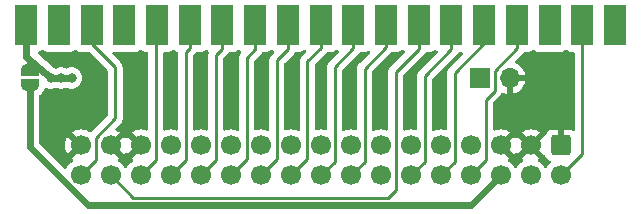
<source format=gbr>
%TF.GenerationSoftware,KiCad,Pcbnew,8.0.7*%
%TF.CreationDate,2025-01-12T23:09:12-06:00*%
%TF.ProjectId,DB37-to-IDC34-Floppy-Adapter,44423337-2d74-46f2-9d49-444333342d46,v1.0*%
%TF.SameCoordinates,Original*%
%TF.FileFunction,Copper,L1,Top*%
%TF.FilePolarity,Positive*%
%FSLAX46Y46*%
G04 Gerber Fmt 4.6, Leading zero omitted, Abs format (unit mm)*
G04 Created by KiCad (PCBNEW 8.0.7) date 2025-01-12 23:09:12*
%MOMM*%
%LPD*%
G01*
G04 APERTURE LIST*
G04 Aperture macros list*
%AMRoundRect*
0 Rectangle with rounded corners*
0 $1 Rounding radius*
0 $2 $3 $4 $5 $6 $7 $8 $9 X,Y pos of 4 corners*
0 Add a 4 corners polygon primitive as box body*
4,1,4,$2,$3,$4,$5,$6,$7,$8,$9,$2,$3,0*
0 Add four circle primitives for the rounded corners*
1,1,$1+$1,$2,$3*
1,1,$1+$1,$4,$5*
1,1,$1+$1,$6,$7*
1,1,$1+$1,$8,$9*
0 Add four rect primitives between the rounded corners*
20,1,$1+$1,$2,$3,$4,$5,0*
20,1,$1+$1,$4,$5,$6,$7,0*
20,1,$1+$1,$6,$7,$8,$9,0*
20,1,$1+$1,$8,$9,$2,$3,0*%
%AMFreePoly0*
4,1,19,0.500000,-0.750000,0.000000,-0.750000,0.000000,-0.744911,-0.071157,-0.744911,-0.207708,-0.704816,-0.327430,-0.627875,-0.420627,-0.520320,-0.479746,-0.390866,-0.500000,-0.250000,-0.500000,0.250000,-0.479746,0.390866,-0.420627,0.520320,-0.327430,0.627875,-0.207708,0.704816,-0.071157,0.744911,0.000000,0.744911,0.000000,0.750000,0.500000,0.750000,0.500000,-0.750000,0.500000,-0.750000,
$1*%
%AMFreePoly1*
4,1,19,0.000000,0.744911,0.071157,0.744911,0.207708,0.704816,0.327430,0.627875,0.420627,0.520320,0.479746,0.390866,0.500000,0.250000,0.500000,-0.250000,0.479746,-0.390866,0.420627,-0.520320,0.327430,-0.627875,0.207708,-0.704816,0.071157,-0.744911,0.000000,-0.744911,0.000000,-0.750000,-0.500000,-0.750000,-0.500000,0.750000,0.000000,0.750000,0.000000,0.744911,0.000000,0.744911,
$1*%
G04 Aperture macros list end*
%TA.AperFunction,SMDPad,CuDef*%
%ADD10FreePoly0,270.000000*%
%TD*%
%TA.AperFunction,SMDPad,CuDef*%
%ADD11FreePoly1,270.000000*%
%TD*%
%TA.AperFunction,ComponentPad*%
%ADD12RoundRect,0.250000X-0.600000X0.600000X-0.600000X-0.600000X0.600000X-0.600000X0.600000X0.600000X0*%
%TD*%
%TA.AperFunction,ComponentPad*%
%ADD13C,1.700000*%
%TD*%
%TA.AperFunction,ComponentPad*%
%ADD14R,1.700000X1.700000*%
%TD*%
%TA.AperFunction,ComponentPad*%
%ADD15O,1.700000X1.700000*%
%TD*%
%TA.AperFunction,SMDPad,CuDef*%
%ADD16R,1.846667X3.480000*%
%TD*%
%TA.AperFunction,ViaPad*%
%ADD17C,0.800000*%
%TD*%
%TA.AperFunction,Conductor*%
%ADD18C,0.600000*%
%TD*%
%TA.AperFunction,Conductor*%
%ADD19C,0.250000*%
%TD*%
G04 APERTURE END LIST*
D10*
%TO.P,JP1,1,A*%
%TO.N,+5V*%
X139192000Y-57120000D03*
D11*
%TO.P,JP1,2,B*%
%TO.N,Net-(J1-Pin_6)*%
X139192000Y-58420000D03*
%TD*%
D12*
%TO.P,J1,1,Pin_1*%
%TO.N,GND*%
X184150000Y-63500000D03*
D13*
%TO.P,J1,2,Pin_2*%
%TO.N,/SEL_8_5*%
X184150000Y-66040000D03*
%TO.P,J1,3,Pin_3*%
%TO.N,GND*%
X181610000Y-63500000D03*
%TO.P,J1,4,Pin_4*%
%TO.N,unconnected-(J1-Pin_4-Pad4)*%
X181610000Y-66040000D03*
%TO.P,J1,5,Pin_5*%
%TO.N,GND*%
X179070000Y-63500000D03*
%TO.P,J1,6,Pin_6*%
%TO.N,Net-(J1-Pin_6)*%
X179070000Y-66040000D03*
%TO.P,J1,7,Pin_7*%
%TO.N,GND*%
X176530000Y-63500000D03*
%TO.P,J1,8,Pin_8*%
%TO.N,/INDEX*%
X176530000Y-66040000D03*
%TO.P,J1,9,Pin_9*%
%TO.N,GND*%
X173990000Y-63500000D03*
%TO.P,J1,10,Pin_10*%
%TO.N,/DVSEL1*%
X173990000Y-66040000D03*
%TO.P,J1,11,Pin_11*%
%TO.N,GND*%
X171450000Y-63500000D03*
%TO.P,J1,12,Pin_12*%
%TO.N,/DVSEL2*%
X171450000Y-66040000D03*
%TO.P,J1,13,Pin_13*%
%TO.N,GND*%
X168910000Y-63500000D03*
%TO.P,J1,14,Pin_14*%
%TO.N,unconnected-(J1-Pin_14-Pad14)*%
X168910000Y-66040000D03*
%TO.P,J1,15,Pin_15*%
%TO.N,GND*%
X166370000Y-63500000D03*
%TO.P,J1,16,Pin_16*%
%TO.N,/HEAD_LOAD*%
X166370000Y-66040000D03*
%TO.P,J1,17,Pin_17*%
%TO.N,GND*%
X163830000Y-63500000D03*
%TO.P,J1,18,Pin_18*%
%TO.N,/STEP_IN*%
X163830000Y-66040000D03*
%TO.P,J1,19,Pin_19*%
%TO.N,GND*%
X161290000Y-63500000D03*
%TO.P,J1,20,Pin_20*%
%TO.N,/STEP*%
X161290000Y-66040000D03*
%TO.P,J1,21,Pin_21*%
%TO.N,GND*%
X158750000Y-63500000D03*
%TO.P,J1,22,Pin_22*%
%TO.N,/WRT_DATA*%
X158750000Y-66040000D03*
%TO.P,J1,23,Pin_23*%
%TO.N,GND*%
X156210000Y-63500000D03*
%TO.P,J1,24,Pin_24*%
%TO.N,/WRITE*%
X156210000Y-66040000D03*
%TO.P,J1,25,Pin_25*%
%TO.N,GND*%
X153670000Y-63500000D03*
%TO.P,J1,26,Pin_26*%
%TO.N,/TRK00*%
X153670000Y-66040000D03*
%TO.P,J1,27,Pin_27*%
%TO.N,GND*%
X151130000Y-63500000D03*
%TO.P,J1,28,Pin_28*%
%TO.N,/WRT_PROTECT*%
X151130000Y-66040000D03*
%TO.P,J1,29,Pin_29*%
%TO.N,GND*%
X148590000Y-63500000D03*
%TO.P,J1,30,Pin_30*%
%TO.N,/RDDATA*%
X148590000Y-66040000D03*
%TO.P,J1,31,Pin_31*%
%TO.N,GND*%
X146050000Y-63500000D03*
%TO.P,J1,32,Pin_32*%
%TO.N,/SIDE*%
X146050000Y-66040000D03*
%TO.P,J1,33,Pin_33*%
%TO.N,GND*%
X143510000Y-63500000D03*
%TO.P,J1,34,Pin_34*%
%TO.N,/READY*%
X143510000Y-66040000D03*
%TD*%
D14*
%TO.P,J3,1,Pin_1*%
%TO.N,+5V*%
X177292000Y-57785000D03*
D15*
%TO.P,J3,2,Pin_2*%
%TO.N,GND*%
X179832000Y-57785000D03*
%TD*%
D16*
%TO.P,J2,1,1*%
%TO.N,unconnected-(J2-Pad1)*%
X188760000Y-53340000D03*
%TO.P,J2,2,2*%
%TO.N,/SEL_8_5*%
X185990000Y-53340000D03*
%TO.P,J2,3,3*%
%TO.N,unconnected-(J2-Pad3)*%
X183220000Y-53340000D03*
%TO.P,J2,4,4*%
%TO.N,/INDEX*%
X180450000Y-53340000D03*
%TO.P,J2,5,5*%
%TO.N,/DVSEL1*%
X177680000Y-53340000D03*
%TO.P,J2,6,6*%
%TO.N,/DVSEL2*%
X174910000Y-53340000D03*
%TO.P,J2,7,7*%
%TO.N,/SIDE*%
X172140000Y-53340000D03*
%TO.P,J2,8,8*%
%TO.N,/HEAD_LOAD*%
X169370000Y-53340000D03*
%TO.P,J2,9,9*%
%TO.N,/STEP_IN*%
X166600000Y-53340000D03*
%TO.P,J2,10,10*%
%TO.N,/STEP*%
X163830000Y-53340000D03*
%TO.P,J2,11,11*%
%TO.N,/WRT_DATA*%
X161060000Y-53340000D03*
%TO.P,J2,12,12*%
%TO.N,/WRITE*%
X158290000Y-53340000D03*
%TO.P,J2,13,13*%
%TO.N,/TRK00*%
X155520000Y-53340000D03*
%TO.P,J2,14,14*%
%TO.N,/WRT_PROTECT*%
X152750000Y-53340000D03*
%TO.P,J2,15,15*%
%TO.N,/RDDATA*%
X149980000Y-53340000D03*
%TO.P,J2,16,16*%
%TO.N,/LOW_CURRENT*%
X147210000Y-53340000D03*
%TO.P,J2,17,17*%
%TO.N,/READY*%
X144440000Y-53340000D03*
%TO.P,J2,18,18*%
%TO.N,+12V*%
X141670000Y-53340000D03*
%TO.P,J2,19,19*%
%TO.N,+5V*%
X138900000Y-53340000D03*
%TD*%
D17*
%TO.N,GND*%
X161417000Y-59309000D03*
X151130000Y-59309000D03*
X166243000Y-59309000D03*
X168783000Y-59309000D03*
X171450000Y-59309000D03*
X156210000Y-59309000D03*
X163830000Y-59309000D03*
X173863000Y-59309000D03*
X153670000Y-59309000D03*
X158877000Y-59309000D03*
%TO.N,+5V*%
X142748000Y-57785000D03*
X140970000Y-57785000D03*
X141859000Y-57785000D03*
%TD*%
D18*
%TO.N,+5V*%
X140970000Y-57785000D02*
X138900000Y-55969000D01*
X140970000Y-57785000D02*
X142748000Y-57785000D01*
%TO.N,Net-(J1-Pin_6)*%
X144130811Y-68570000D02*
X176540000Y-68570000D01*
X139192000Y-63631189D02*
X144130811Y-68570000D01*
X139192000Y-58420000D02*
X139192000Y-63631189D01*
X176540000Y-68570000D02*
X179070000Y-66040000D01*
%TO.N,+5V*%
X139192000Y-56261000D02*
X139192000Y-57120000D01*
X138900000Y-55969000D02*
X139192000Y-56261000D01*
X138900000Y-55969000D02*
X138900000Y-53340000D01*
D19*
%TO.N,/DVSEL2*%
X174910000Y-53340000D02*
X174910000Y-55341000D01*
X174910000Y-55341000D02*
X172625000Y-57626000D01*
X172625000Y-64865000D02*
X171450000Y-66040000D01*
X172625000Y-57626000D02*
X172625000Y-64865000D01*
%TO.N,/STEP_IN*%
X165005000Y-64865000D02*
X163830000Y-66040000D01*
X165005000Y-56864000D02*
X165005000Y-64865000D01*
X166600000Y-55269000D02*
X165005000Y-56864000D01*
X166600000Y-53340000D02*
X166600000Y-55269000D01*
%TO.N,/HEAD_LOAD*%
X167545000Y-64865000D02*
X166370000Y-66040000D01*
X169370000Y-55169334D02*
X167545000Y-56994334D01*
X167545000Y-56994334D02*
X167545000Y-64865000D01*
X169370000Y-53340000D02*
X169370000Y-55169334D01*
%TO.N,/DVSEL1*%
X175165000Y-64865000D02*
X173990000Y-66040000D01*
X175165000Y-57372000D02*
X175165000Y-64865000D01*
X177680000Y-54857000D02*
X175165000Y-57372000D01*
X177680000Y-53340000D02*
X177680000Y-54857000D01*
%TO.N,/SEL_8_5*%
X185990000Y-64200000D02*
X184150000Y-66040000D01*
X185990000Y-53340000D02*
X185990000Y-64200000D01*
%TO.N,/STEP*%
X162687000Y-62981299D02*
X162655000Y-63013299D01*
X162655000Y-63986701D02*
X162687000Y-64018701D01*
X162687000Y-56388000D02*
X162687000Y-62981299D01*
X162687000Y-64018701D02*
X162687000Y-64643000D01*
X162687000Y-64643000D02*
X161290000Y-66040000D01*
X163830000Y-53340000D02*
X163830000Y-55245000D01*
X163830000Y-55245000D02*
X162687000Y-56388000D01*
X162655000Y-63013299D02*
X162655000Y-63986701D01*
%TO.N,/SIDE*%
X170180000Y-57277000D02*
X170180000Y-67310000D01*
X170180000Y-67310000D02*
X169545000Y-67945000D01*
X172140000Y-53340000D02*
X172140000Y-55317000D01*
X169545000Y-67945000D02*
X147955000Y-67945000D01*
X172140000Y-55317000D02*
X170180000Y-57277000D01*
X147955000Y-67945000D02*
X146050000Y-66040000D01*
%TO.N,/WRT_PROTECT*%
X152750000Y-55276000D02*
X152400000Y-55626000D01*
X152750000Y-53340000D02*
X152750000Y-55276000D01*
X152400000Y-64770000D02*
X151130000Y-66040000D01*
X152400000Y-55626000D02*
X152400000Y-64770000D01*
%TO.N,/WRT_DATA*%
X160115000Y-56293000D02*
X160115000Y-64675000D01*
X160115000Y-64675000D02*
X158750000Y-66040000D01*
X161060000Y-55348000D02*
X160115000Y-56293000D01*
X161060000Y-53340000D02*
X161060000Y-55348000D01*
%TO.N,/INDEX*%
X177800000Y-64770000D02*
X177800000Y-59627000D01*
X180450000Y-55280834D02*
X180450000Y-53340000D01*
X178562000Y-58865000D02*
X178562000Y-57168834D01*
X177800000Y-59627000D02*
X178562000Y-58865000D01*
X178562000Y-57168834D02*
X180450000Y-55280834D01*
X176530000Y-66040000D02*
X177800000Y-64770000D01*
%TO.N,/WRITE*%
X157575000Y-56063000D02*
X157575000Y-64675000D01*
X157575000Y-64675000D02*
X156210000Y-66040000D01*
X158290000Y-53340000D02*
X158290000Y-55348000D01*
X158290000Y-55348000D02*
X157575000Y-56063000D01*
%TO.N,/READY*%
X144440000Y-53340000D02*
X144440000Y-54905000D01*
X146431000Y-61214000D02*
X144780000Y-62865000D01*
X144440000Y-54905000D02*
X146431000Y-56896000D01*
X144780000Y-64770000D02*
X143510000Y-66040000D01*
X146431000Y-56896000D02*
X146431000Y-61214000D01*
X144780000Y-62865000D02*
X144780000Y-64770000D01*
%TO.N,/RDDATA*%
X149980000Y-53340000D02*
X149860000Y-53460000D01*
X149860000Y-53460000D02*
X149860000Y-64770000D01*
X149860000Y-64770000D02*
X148590000Y-66040000D01*
%TO.N,/TRK00*%
X154940000Y-64770000D02*
X153670000Y-66040000D01*
X155520000Y-53340000D02*
X155520000Y-55300000D01*
X154940000Y-55880000D02*
X154940000Y-64770000D01*
X155520000Y-55300000D02*
X154940000Y-55880000D01*
%TD*%
%TA.AperFunction,Conductor*%
%TO.N,GND*%
G36*
X143142681Y-55417691D02*
G01*
X143154267Y-55431063D01*
X143159120Y-55437546D01*
X143159121Y-55437547D01*
X143274330Y-55523793D01*
X143274337Y-55523797D01*
X143279630Y-55525771D01*
X143409183Y-55574091D01*
X143468793Y-55580500D01*
X144179547Y-55580499D01*
X144246586Y-55600183D01*
X144267228Y-55616818D01*
X145769181Y-57118771D01*
X145802666Y-57180094D01*
X145805500Y-57206452D01*
X145805500Y-60903547D01*
X145785815Y-60970586D01*
X145769181Y-60991228D01*
X144406093Y-62354315D01*
X144344770Y-62387800D01*
X144275078Y-62382816D01*
X144247289Y-62368209D01*
X144187580Y-62326400D01*
X144187578Y-62326399D01*
X143973492Y-62226570D01*
X143973483Y-62226566D01*
X143745326Y-62165432D01*
X143745315Y-62165430D01*
X143510002Y-62144843D01*
X143509998Y-62144843D01*
X143274684Y-62165430D01*
X143274673Y-62165432D01*
X143046516Y-62226566D01*
X143046507Y-62226570D01*
X142832423Y-62326399D01*
X142832421Y-62326400D01*
X142748627Y-62385073D01*
X142748626Y-62385073D01*
X143380590Y-63017037D01*
X143317007Y-63034075D01*
X143202993Y-63099901D01*
X143109901Y-63192993D01*
X143044075Y-63307007D01*
X143027037Y-63370590D01*
X142395073Y-62738626D01*
X142395073Y-62738627D01*
X142336400Y-62822421D01*
X142336399Y-62822423D01*
X142236570Y-63036507D01*
X142236566Y-63036516D01*
X142175432Y-63264673D01*
X142175430Y-63264684D01*
X142154843Y-63499998D01*
X142154843Y-63500000D01*
X142175430Y-63735315D01*
X142175432Y-63735326D01*
X142236566Y-63963483D01*
X142236570Y-63963492D01*
X142336398Y-64177576D01*
X142395073Y-64261372D01*
X143027037Y-63629408D01*
X143044075Y-63692993D01*
X143109901Y-63807007D01*
X143202993Y-63900099D01*
X143317007Y-63965925D01*
X143380589Y-63982962D01*
X142748627Y-64614925D01*
X142824595Y-64668119D01*
X142868219Y-64722696D01*
X142875412Y-64792195D01*
X142843890Y-64854549D01*
X142824595Y-64871269D01*
X142638594Y-65001508D01*
X142471505Y-65168597D01*
X142335965Y-65362169D01*
X142335964Y-65362171D01*
X142321474Y-65393246D01*
X142275301Y-65445685D01*
X142208107Y-65464837D01*
X142141226Y-65444621D01*
X142121411Y-65428522D01*
X140028819Y-63335930D01*
X139995334Y-63274607D01*
X139992500Y-63248249D01*
X139992500Y-59329161D01*
X140012185Y-59262122D01*
X140043481Y-59230835D01*
X140042586Y-59229639D01*
X140046125Y-59226989D01*
X140046130Y-59226986D01*
X140154791Y-59132832D01*
X140154794Y-59132829D01*
X140249015Y-59024091D01*
X140326747Y-58903137D01*
X140386517Y-58772259D01*
X140414445Y-58677141D01*
X140452219Y-58618364D01*
X140515774Y-58589339D01*
X140583856Y-58598797D01*
X140690197Y-58646144D01*
X140875354Y-58685500D01*
X140875355Y-58685500D01*
X141064644Y-58685500D01*
X141064646Y-58685500D01*
X141249803Y-58646144D01*
X141361931Y-58596221D01*
X141412367Y-58585500D01*
X141416633Y-58585500D01*
X141467069Y-58596221D01*
X141579192Y-58646142D01*
X141579197Y-58646144D01*
X141764354Y-58685500D01*
X141764355Y-58685500D01*
X141953644Y-58685500D01*
X141953646Y-58685500D01*
X142138803Y-58646144D01*
X142250931Y-58596221D01*
X142301367Y-58585500D01*
X142305633Y-58585500D01*
X142356069Y-58596221D01*
X142468192Y-58646142D01*
X142468197Y-58646144D01*
X142653354Y-58685500D01*
X142653355Y-58685500D01*
X142842644Y-58685500D01*
X142842646Y-58685500D01*
X143027803Y-58646144D01*
X143200730Y-58569151D01*
X143353871Y-58457888D01*
X143480533Y-58317216D01*
X143575179Y-58153284D01*
X143633674Y-57973256D01*
X143653460Y-57785000D01*
X143633674Y-57596744D01*
X143575179Y-57416716D01*
X143480533Y-57252784D01*
X143353871Y-57112112D01*
X143347413Y-57107420D01*
X143200734Y-57000851D01*
X143200729Y-57000848D01*
X143027807Y-56923857D01*
X143027802Y-56923855D01*
X142864598Y-56889166D01*
X142842646Y-56884500D01*
X142653354Y-56884500D01*
X142631402Y-56889166D01*
X142468197Y-56923855D01*
X142468192Y-56923857D01*
X142356069Y-56973779D01*
X142305633Y-56984500D01*
X142301367Y-56984500D01*
X142250931Y-56973779D01*
X142138807Y-56923857D01*
X142138802Y-56923855D01*
X141975598Y-56889166D01*
X141953646Y-56884500D01*
X141764354Y-56884500D01*
X141742402Y-56889166D01*
X141579197Y-56923855D01*
X141579192Y-56923857D01*
X141467069Y-56973779D01*
X141416633Y-56984500D01*
X141412367Y-56984500D01*
X141361931Y-56973779D01*
X141249807Y-56923857D01*
X141249804Y-56923856D01*
X141218694Y-56917243D01*
X141162701Y-56889166D01*
X139899390Y-55780869D01*
X139861977Y-55721861D01*
X139862405Y-55651992D01*
X139900539Y-55593447D01*
X139937832Y-55571474D01*
X140065665Y-55523796D01*
X140180880Y-55437546D01*
X140185733Y-55431062D01*
X140241666Y-55389191D01*
X140311357Y-55384207D01*
X140372681Y-55417691D01*
X140384267Y-55431063D01*
X140389120Y-55437546D01*
X140389121Y-55437547D01*
X140504330Y-55523793D01*
X140504337Y-55523797D01*
X140639183Y-55574091D01*
X140639182Y-55574091D01*
X140646110Y-55574835D01*
X140698793Y-55580500D01*
X142641206Y-55580499D01*
X142700817Y-55574091D01*
X142835665Y-55523796D01*
X142950880Y-55437546D01*
X142955733Y-55431062D01*
X143011666Y-55389191D01*
X143081357Y-55384207D01*
X143142681Y-55417691D01*
G37*
%TD.AperFunction*%
%TA.AperFunction,Conductor*%
G36*
X148124075Y-63692993D02*
G01*
X148189901Y-63807007D01*
X148282993Y-63900099D01*
X148397007Y-63965925D01*
X148460589Y-63982962D01*
X147828627Y-64614925D01*
X147904595Y-64668119D01*
X147948219Y-64722696D01*
X147955412Y-64792195D01*
X147923890Y-64854549D01*
X147904595Y-64871269D01*
X147718594Y-65001508D01*
X147551505Y-65168597D01*
X147421575Y-65354158D01*
X147366998Y-65397783D01*
X147297500Y-65404977D01*
X147235145Y-65373454D01*
X147218425Y-65354158D01*
X147088494Y-65168597D01*
X146921402Y-65001506D01*
X146921401Y-65001505D01*
X146735405Y-64871269D01*
X146691781Y-64816692D01*
X146684588Y-64747193D01*
X146716110Y-64684839D01*
X146735404Y-64668120D01*
X146811371Y-64614925D01*
X146179408Y-63982962D01*
X146242993Y-63965925D01*
X146357007Y-63900099D01*
X146450099Y-63807007D01*
X146515925Y-63692993D01*
X146532962Y-63629408D01*
X147164925Y-64261371D01*
X147218426Y-64184968D01*
X147273004Y-64141344D01*
X147342502Y-64134152D01*
X147404856Y-64165675D01*
X147421575Y-64184969D01*
X147475073Y-64261372D01*
X148107037Y-63629408D01*
X148124075Y-63692993D01*
G37*
%TD.AperFunction*%
%TA.AperFunction,Conductor*%
G36*
X181144075Y-63692993D02*
G01*
X181209901Y-63807007D01*
X181302993Y-63900099D01*
X181417007Y-63965925D01*
X181480591Y-63982962D01*
X180848627Y-64614925D01*
X180924595Y-64668119D01*
X180968219Y-64722696D01*
X180975412Y-64792195D01*
X180943890Y-64854549D01*
X180924595Y-64871269D01*
X180738594Y-65001508D01*
X180571505Y-65168597D01*
X180441575Y-65354158D01*
X180386998Y-65397783D01*
X180317500Y-65404977D01*
X180255145Y-65373454D01*
X180238425Y-65354158D01*
X180108494Y-65168597D01*
X179941402Y-65001506D01*
X179941401Y-65001505D01*
X179755405Y-64871269D01*
X179711781Y-64816692D01*
X179704588Y-64747193D01*
X179736110Y-64684839D01*
X179755404Y-64668120D01*
X179831371Y-64614925D01*
X179199408Y-63982962D01*
X179262993Y-63965925D01*
X179377007Y-63900099D01*
X179470099Y-63807007D01*
X179535925Y-63692993D01*
X179552962Y-63629408D01*
X180184925Y-64261371D01*
X180238426Y-64184968D01*
X180293004Y-64141344D01*
X180362502Y-64134152D01*
X180424856Y-64165675D01*
X180441575Y-64184969D01*
X180495073Y-64261372D01*
X181127037Y-63629408D01*
X181144075Y-63692993D01*
G37*
%TD.AperFunction*%
%TA.AperFunction,Conductor*%
G36*
X182729157Y-64265603D02*
G01*
X182781704Y-64276164D01*
X182831887Y-64324779D01*
X182841717Y-64346921D01*
X182865641Y-64419119D01*
X182865643Y-64419124D01*
X182957684Y-64568345D01*
X183081654Y-64692315D01*
X183230875Y-64784356D01*
X183230882Y-64784359D01*
X183239712Y-64787285D01*
X183297157Y-64827057D01*
X183323981Y-64891572D01*
X183311667Y-64960348D01*
X183282318Y-64997567D01*
X183282427Y-64997676D01*
X183281511Y-64998591D01*
X183280419Y-64999977D01*
X183278597Y-65001505D01*
X183111505Y-65168597D01*
X182981575Y-65354158D01*
X182926998Y-65397783D01*
X182857500Y-65404977D01*
X182795145Y-65373454D01*
X182778425Y-65354158D01*
X182648494Y-65168597D01*
X182481402Y-65001506D01*
X182481401Y-65001505D01*
X182295405Y-64871269D01*
X182251781Y-64816692D01*
X182244588Y-64747193D01*
X182276110Y-64684839D01*
X182295404Y-64668120D01*
X182371371Y-64614925D01*
X181739408Y-63982962D01*
X181802993Y-63965925D01*
X181917007Y-63900099D01*
X182010099Y-63807007D01*
X182075925Y-63692993D01*
X182092962Y-63629408D01*
X182729157Y-64265603D01*
G37*
%TD.AperFunction*%
%TA.AperFunction,Conductor*%
G36*
X148682681Y-55417691D02*
G01*
X148694267Y-55431063D01*
X148699120Y-55437546D01*
X148699121Y-55437547D01*
X148814330Y-55523793D01*
X148814337Y-55523797D01*
X148819630Y-55525771D01*
X148949183Y-55574091D01*
X149008793Y-55580500D01*
X149110500Y-55580499D01*
X149177538Y-55600183D01*
X149223294Y-55652986D01*
X149234500Y-55704499D01*
X149234500Y-62116334D01*
X149214815Y-62183373D01*
X149162011Y-62229128D01*
X149092853Y-62239072D01*
X149058096Y-62228716D01*
X149053497Y-62226571D01*
X149053483Y-62226566D01*
X148825326Y-62165432D01*
X148825315Y-62165430D01*
X148590002Y-62144843D01*
X148589998Y-62144843D01*
X148354684Y-62165430D01*
X148354673Y-62165432D01*
X148126516Y-62226566D01*
X148126507Y-62226570D01*
X147912423Y-62326399D01*
X147912421Y-62326400D01*
X147828627Y-62385073D01*
X147828626Y-62385073D01*
X148460590Y-63017037D01*
X148397007Y-63034075D01*
X148282993Y-63099901D01*
X148189901Y-63192993D01*
X148124075Y-63307007D01*
X148107037Y-63370590D01*
X147475073Y-62738626D01*
X147475073Y-62738627D01*
X147421575Y-62815031D01*
X147366999Y-62858656D01*
X147297500Y-62865850D01*
X147235145Y-62834327D01*
X147218425Y-62815032D01*
X147164925Y-62738626D01*
X146532962Y-63370590D01*
X146515925Y-63307007D01*
X146450099Y-63192993D01*
X146357007Y-63099901D01*
X146242993Y-63034075D01*
X146179408Y-63017037D01*
X146811372Y-62385073D01*
X146727576Y-62326398D01*
X146530451Y-62234477D01*
X146478012Y-62188305D01*
X146458860Y-62121111D01*
X146479076Y-62054230D01*
X146495163Y-62034427D01*
X146916858Y-61612733D01*
X146985312Y-61510285D01*
X147032463Y-61396451D01*
X147056501Y-61275606D01*
X147056501Y-61152393D01*
X147056501Y-61147283D01*
X147056500Y-61147257D01*
X147056500Y-56834393D01*
X147052022Y-56811884D01*
X147052021Y-56811880D01*
X147052021Y-56811878D01*
X147032463Y-56713549D01*
X147026042Y-56698048D01*
X147004935Y-56647090D01*
X146985314Y-56599719D01*
X146985307Y-56599707D01*
X146916858Y-56497267D01*
X146916855Y-56497263D01*
X146826637Y-56407045D01*
X146826606Y-56407016D01*
X146211770Y-55792180D01*
X146178285Y-55730857D01*
X146183269Y-55661165D01*
X146225141Y-55605232D01*
X146290605Y-55580815D01*
X146299423Y-55580499D01*
X148181206Y-55580499D01*
X148240817Y-55574091D01*
X148375665Y-55523796D01*
X148490880Y-55437546D01*
X148495733Y-55431062D01*
X148551666Y-55389191D01*
X148621357Y-55384207D01*
X148682681Y-55417691D01*
G37*
%TD.AperFunction*%
%TA.AperFunction,Conductor*%
G36*
X184692681Y-55417691D02*
G01*
X184704267Y-55431063D01*
X184709120Y-55437546D01*
X184709121Y-55437547D01*
X184824330Y-55523793D01*
X184824337Y-55523797D01*
X184829630Y-55525771D01*
X184959183Y-55574091D01*
X185018793Y-55580500D01*
X185240500Y-55580499D01*
X185307539Y-55600183D01*
X185353294Y-55652987D01*
X185364500Y-55704499D01*
X185364500Y-62175658D01*
X185344815Y-62242697D01*
X185292011Y-62288452D01*
X185222853Y-62298396D01*
X185175403Y-62281197D01*
X185069124Y-62215643D01*
X185069119Y-62215641D01*
X184902697Y-62160494D01*
X184902690Y-62160493D01*
X184799986Y-62150000D01*
X184400000Y-62150000D01*
X184400000Y-63066988D01*
X184342993Y-63034075D01*
X184215826Y-63000000D01*
X184084174Y-63000000D01*
X183957007Y-63034075D01*
X183900000Y-63066988D01*
X183900000Y-62150000D01*
X183500028Y-62150000D01*
X183500012Y-62150001D01*
X183397302Y-62160494D01*
X183230880Y-62215641D01*
X183230875Y-62215643D01*
X183081654Y-62307684D01*
X182957684Y-62431654D01*
X182865643Y-62580875D01*
X182865641Y-62580880D01*
X182841718Y-62653077D01*
X182801945Y-62710522D01*
X182737429Y-62737345D01*
X182726087Y-62737464D01*
X182092962Y-63370590D01*
X182075925Y-63307007D01*
X182010099Y-63192993D01*
X181917007Y-63099901D01*
X181802993Y-63034075D01*
X181739409Y-63017037D01*
X182371372Y-62385073D01*
X182287576Y-62326398D01*
X182073492Y-62226570D01*
X182073483Y-62226566D01*
X181845326Y-62165432D01*
X181845315Y-62165430D01*
X181610002Y-62144843D01*
X181609998Y-62144843D01*
X181374684Y-62165430D01*
X181374673Y-62165432D01*
X181146516Y-62226566D01*
X181146507Y-62226570D01*
X180932423Y-62326399D01*
X180932421Y-62326400D01*
X180848627Y-62385073D01*
X180848626Y-62385073D01*
X181480591Y-63017037D01*
X181417007Y-63034075D01*
X181302993Y-63099901D01*
X181209901Y-63192993D01*
X181144075Y-63307007D01*
X181127037Y-63370590D01*
X180495073Y-62738626D01*
X180495073Y-62738627D01*
X180441575Y-62815031D01*
X180386999Y-62858656D01*
X180317500Y-62865850D01*
X180255145Y-62834327D01*
X180238425Y-62815032D01*
X180184925Y-62738626D01*
X179552962Y-63370590D01*
X179535925Y-63307007D01*
X179470099Y-63192993D01*
X179377007Y-63099901D01*
X179262993Y-63034075D01*
X179199408Y-63017037D01*
X179831372Y-62385073D01*
X179747576Y-62326398D01*
X179533492Y-62226570D01*
X179533483Y-62226566D01*
X179305326Y-62165432D01*
X179305315Y-62165430D01*
X179070002Y-62144843D01*
X179069998Y-62144843D01*
X178834684Y-62165430D01*
X178834673Y-62165432D01*
X178606516Y-62226566D01*
X178606502Y-62226571D01*
X178601904Y-62228716D01*
X178532827Y-62239208D01*
X178469043Y-62210688D01*
X178430804Y-62152211D01*
X178425500Y-62116334D01*
X178425500Y-59937451D01*
X178445185Y-59870412D01*
X178461815Y-59849774D01*
X178960729Y-59350860D01*
X178960733Y-59350858D01*
X179047858Y-59263733D01*
X179116311Y-59161286D01*
X179116312Y-59161285D01*
X179116313Y-59161282D01*
X179116315Y-59161279D01*
X179143274Y-59096191D01*
X179187115Y-59041787D01*
X179253408Y-59019721D01*
X179310241Y-59031260D01*
X179368507Y-59058429D01*
X179368516Y-59058433D01*
X179582000Y-59115634D01*
X179582000Y-58218012D01*
X179639007Y-58250925D01*
X179766174Y-58285000D01*
X179897826Y-58285000D01*
X180024993Y-58250925D01*
X180082000Y-58218012D01*
X180082000Y-59115633D01*
X180295483Y-59058433D01*
X180295492Y-59058429D01*
X180509578Y-58958600D01*
X180703082Y-58823105D01*
X180870105Y-58656082D01*
X181005600Y-58462578D01*
X181105429Y-58248492D01*
X181105432Y-58248486D01*
X181162636Y-58035000D01*
X180265012Y-58035000D01*
X180297925Y-57977993D01*
X180332000Y-57850826D01*
X180332000Y-57719174D01*
X180297925Y-57592007D01*
X180265012Y-57535000D01*
X181162636Y-57535000D01*
X181162635Y-57534999D01*
X181105432Y-57321513D01*
X181105429Y-57321507D01*
X181005600Y-57107422D01*
X181005599Y-57107420D01*
X180870113Y-56913926D01*
X180870108Y-56913920D01*
X180703082Y-56746894D01*
X180509578Y-56611399D01*
X180325294Y-56525467D01*
X180272855Y-56479295D01*
X180253703Y-56412101D01*
X180273919Y-56345220D01*
X180290012Y-56325411D01*
X180848729Y-55766694D01*
X180848733Y-55766692D01*
X180935858Y-55679567D01*
X180951081Y-55656784D01*
X180965231Y-55635608D01*
X181018843Y-55590803D01*
X181068333Y-55580499D01*
X181421205Y-55580499D01*
X181421206Y-55580499D01*
X181480817Y-55574091D01*
X181615665Y-55523796D01*
X181730880Y-55437546D01*
X181735733Y-55431062D01*
X181791666Y-55389191D01*
X181861357Y-55384207D01*
X181922681Y-55417691D01*
X181934267Y-55431063D01*
X181939120Y-55437546D01*
X181939121Y-55437547D01*
X182054330Y-55523793D01*
X182054337Y-55523797D01*
X182189183Y-55574091D01*
X182189182Y-55574091D01*
X182196110Y-55574835D01*
X182248793Y-55580500D01*
X184191206Y-55580499D01*
X184250817Y-55574091D01*
X184385665Y-55523796D01*
X184500880Y-55437546D01*
X184505733Y-55431062D01*
X184561666Y-55389191D01*
X184631357Y-55384207D01*
X184692681Y-55417691D01*
G37*
%TD.AperFunction*%
%TA.AperFunction,Conductor*%
G36*
X162532681Y-55417691D02*
G01*
X162544267Y-55431063D01*
X162549118Y-55437544D01*
X162549119Y-55437544D01*
X162549120Y-55437546D01*
X162551074Y-55439009D01*
X162552538Y-55440964D01*
X162555391Y-55443817D01*
X162554981Y-55444226D01*
X162592948Y-55494938D01*
X162597936Y-55564630D01*
X162564454Y-55625955D01*
X162564449Y-55625959D01*
X162288270Y-55902139D01*
X162201144Y-55989264D01*
X162201138Y-55989272D01*
X162132690Y-56091708D01*
X162132688Y-56091713D01*
X162085540Y-56205538D01*
X162085535Y-56205554D01*
X162067836Y-56294538D01*
X162067836Y-56294539D01*
X162061500Y-56326391D01*
X162061500Y-62175555D01*
X162041815Y-62242594D01*
X161989011Y-62288349D01*
X161919853Y-62298293D01*
X161885095Y-62287937D01*
X161753492Y-62226570D01*
X161753483Y-62226566D01*
X161525326Y-62165432D01*
X161525315Y-62165430D01*
X161290002Y-62144843D01*
X161289998Y-62144843D01*
X161054684Y-62165430D01*
X161054673Y-62165432D01*
X160896593Y-62207789D01*
X160826743Y-62206126D01*
X160768881Y-62166963D01*
X160741377Y-62102734D01*
X160740500Y-62088014D01*
X160740500Y-56603451D01*
X160760185Y-56536412D01*
X160776815Y-56515774D01*
X161458729Y-55833860D01*
X161458733Y-55833858D01*
X161545858Y-55746733D01*
X161614311Y-55644286D01*
X161614312Y-55644285D01*
X161614312Y-55644284D01*
X161614314Y-55644282D01*
X161620113Y-55635604D01*
X161673727Y-55590801D01*
X161723212Y-55580499D01*
X162031205Y-55580499D01*
X162031206Y-55580499D01*
X162090817Y-55574091D01*
X162225665Y-55523796D01*
X162340880Y-55437546D01*
X162345733Y-55431062D01*
X162401666Y-55389191D01*
X162471357Y-55384207D01*
X162532681Y-55417691D01*
G37*
%TD.AperFunction*%
%TA.AperFunction,Conductor*%
G36*
X167964406Y-55465566D02*
G01*
X168013812Y-55514970D01*
X168028665Y-55583243D01*
X168004249Y-55648708D01*
X167992662Y-55662080D01*
X167563035Y-56091708D01*
X167146270Y-56508473D01*
X167146267Y-56508476D01*
X167118331Y-56536412D01*
X167059142Y-56595600D01*
X167031571Y-56636864D01*
X167031570Y-56636865D01*
X166990690Y-56698043D01*
X166990690Y-56698044D01*
X166990688Y-56698046D01*
X166990688Y-56698048D01*
X166970619Y-56746499D01*
X166943538Y-56811878D01*
X166943535Y-56811890D01*
X166919500Y-56932723D01*
X166919500Y-62088014D01*
X166899815Y-62155053D01*
X166847011Y-62200808D01*
X166777853Y-62210752D01*
X166763407Y-62207789D01*
X166605326Y-62165432D01*
X166605315Y-62165430D01*
X166370002Y-62144843D01*
X166369998Y-62144843D01*
X166134684Y-62165430D01*
X166134673Y-62165432D01*
X165906516Y-62226566D01*
X165906502Y-62226571D01*
X165806904Y-62273015D01*
X165737827Y-62283507D01*
X165674043Y-62254987D01*
X165635804Y-62196510D01*
X165630500Y-62160633D01*
X165630500Y-57174452D01*
X165650185Y-57107413D01*
X165666819Y-57086771D01*
X166359950Y-56393641D01*
X167085858Y-55667733D01*
X167107323Y-55635607D01*
X167160934Y-55590804D01*
X167210425Y-55580499D01*
X167571205Y-55580499D01*
X167571206Y-55580499D01*
X167630817Y-55574091D01*
X167765665Y-55523796D01*
X167830671Y-55475132D01*
X167896133Y-55450715D01*
X167964406Y-55465566D01*
G37*
%TD.AperFunction*%
%TA.AperFunction,Conductor*%
G36*
X170842681Y-55417691D02*
G01*
X170854267Y-55431063D01*
X170859118Y-55437544D01*
X170859120Y-55437546D01*
X170880740Y-55453731D01*
X170902255Y-55469837D01*
X170944125Y-55525771D01*
X170949109Y-55595463D01*
X170915624Y-55656784D01*
X169781269Y-56791140D01*
X169694141Y-56878267D01*
X169694139Y-56878269D01*
X169678830Y-56901183D01*
X169675815Y-56905696D01*
X169663680Y-56923857D01*
X169625688Y-56980713D01*
X169597771Y-57048110D01*
X169597772Y-57048111D01*
X169578537Y-57094548D01*
X169578536Y-57094551D01*
X169578536Y-57094552D01*
X169578535Y-57094553D01*
X169572437Y-57125208D01*
X169572438Y-57125209D01*
X169572438Y-57125210D01*
X169559641Y-57189553D01*
X169559098Y-57192281D01*
X169559097Y-57192287D01*
X169554500Y-57215394D01*
X169554500Y-62116334D01*
X169534815Y-62183373D01*
X169482011Y-62229128D01*
X169412853Y-62239072D01*
X169378096Y-62228716D01*
X169373497Y-62226571D01*
X169373483Y-62226566D01*
X169145326Y-62165432D01*
X169145315Y-62165430D01*
X168910002Y-62144843D01*
X168909998Y-62144843D01*
X168674684Y-62165430D01*
X168674673Y-62165432D01*
X168446516Y-62226566D01*
X168446502Y-62226571D01*
X168346904Y-62273015D01*
X168277827Y-62283507D01*
X168214043Y-62254987D01*
X168175804Y-62196510D01*
X168170500Y-62160633D01*
X168170500Y-57304785D01*
X168190185Y-57237746D01*
X168206814Y-57217109D01*
X169761661Y-55662261D01*
X169761675Y-55662250D01*
X169807106Y-55616819D01*
X169868429Y-55583333D01*
X169894788Y-55580499D01*
X170341205Y-55580499D01*
X170341206Y-55580499D01*
X170400817Y-55574091D01*
X170535665Y-55523796D01*
X170650880Y-55437546D01*
X170655733Y-55431062D01*
X170711666Y-55389191D01*
X170781357Y-55384207D01*
X170842681Y-55417691D01*
G37*
%TD.AperFunction*%
%TA.AperFunction,Conductor*%
G36*
X175839587Y-55600184D02*
G01*
X175885342Y-55652988D01*
X175895286Y-55722146D01*
X175866261Y-55785702D01*
X175860229Y-55792180D01*
X174766270Y-56886139D01*
X174766267Y-56886142D01*
X174741895Y-56910514D01*
X174679142Y-56973266D01*
X174674166Y-56980714D01*
X174656027Y-57007861D01*
X174610688Y-57075714D01*
X174610686Y-57075717D01*
X174610685Y-57075719D01*
X174597635Y-57107227D01*
X174563538Y-57189543D01*
X174563535Y-57189553D01*
X174555402Y-57230437D01*
X174555403Y-57230438D01*
X174546599Y-57274706D01*
X174546598Y-57274712D01*
X174539500Y-57310393D01*
X174539500Y-62088014D01*
X174519815Y-62155053D01*
X174467011Y-62200808D01*
X174397853Y-62210752D01*
X174383407Y-62207789D01*
X174225326Y-62165432D01*
X174225315Y-62165430D01*
X173990002Y-62144843D01*
X173989998Y-62144843D01*
X173754684Y-62165430D01*
X173754673Y-62165432D01*
X173526516Y-62226566D01*
X173526502Y-62226571D01*
X173426904Y-62273015D01*
X173357827Y-62283507D01*
X173294043Y-62254987D01*
X173255804Y-62196510D01*
X173250500Y-62160633D01*
X173250500Y-57936451D01*
X173270185Y-57869412D01*
X173286814Y-57848775D01*
X175308729Y-55826860D01*
X175308733Y-55826858D01*
X175395858Y-55739733D01*
X175439290Y-55674733D01*
X175452346Y-55655194D01*
X175461629Y-55641301D01*
X175464312Y-55637286D01*
X175464312Y-55637285D01*
X175465433Y-55635608D01*
X175519045Y-55590803D01*
X175568535Y-55580499D01*
X175772548Y-55580499D01*
X175839587Y-55600184D01*
G37*
%TD.AperFunction*%
%TA.AperFunction,Conductor*%
G36*
X156992681Y-55417691D02*
G01*
X157004267Y-55431063D01*
X157009118Y-55437544D01*
X157009119Y-55437544D01*
X157009120Y-55437546D01*
X157070148Y-55483231D01*
X157112018Y-55539164D01*
X157117002Y-55608856D01*
X157091699Y-55661150D01*
X157089145Y-55664262D01*
X157066903Y-55697550D01*
X157066902Y-55697551D01*
X157020690Y-55766709D01*
X157020685Y-55766718D01*
X156995776Y-55826856D01*
X156995776Y-55826858D01*
X156973537Y-55880548D01*
X156973536Y-55880552D01*
X156973536Y-55880553D01*
X156973535Y-55880556D01*
X156949500Y-56001389D01*
X156949500Y-62160633D01*
X156929815Y-62227672D01*
X156877011Y-62273427D01*
X156807853Y-62283371D01*
X156773096Y-62273015D01*
X156673497Y-62226571D01*
X156673483Y-62226566D01*
X156445326Y-62165432D01*
X156445315Y-62165430D01*
X156210002Y-62144843D01*
X156209998Y-62144843D01*
X155974684Y-62165430D01*
X155974673Y-62165432D01*
X155746516Y-62226566D01*
X155746502Y-62226571D01*
X155741904Y-62228716D01*
X155672827Y-62239208D01*
X155609043Y-62210688D01*
X155570804Y-62152211D01*
X155565500Y-62116334D01*
X155565500Y-56190451D01*
X155585185Y-56123412D01*
X155601815Y-56102774D01*
X155918729Y-55785860D01*
X155918733Y-55785858D01*
X156005858Y-55698733D01*
X156044981Y-55640181D01*
X156048037Y-55635608D01*
X156101649Y-55590803D01*
X156151139Y-55580499D01*
X156491205Y-55580499D01*
X156491206Y-55580499D01*
X156550817Y-55574091D01*
X156685665Y-55523796D01*
X156800880Y-55437546D01*
X156805733Y-55431062D01*
X156861666Y-55389191D01*
X156931357Y-55384207D01*
X156992681Y-55417691D01*
G37*
%TD.AperFunction*%
%TA.AperFunction,Conductor*%
G36*
X159762681Y-55417691D02*
G01*
X159774267Y-55431063D01*
X159779118Y-55437544D01*
X159779119Y-55437544D01*
X159779120Y-55437546D01*
X159839984Y-55483109D01*
X159881854Y-55539041D01*
X159886838Y-55608732D01*
X159853354Y-55670055D01*
X159716270Y-55807139D01*
X159716267Y-55807142D01*
X159689551Y-55833858D01*
X159629144Y-55894264D01*
X159608272Y-55925502D01*
X159608271Y-55925502D01*
X159560690Y-55996709D01*
X159560685Y-55996718D01*
X159539510Y-56047842D01*
X159527347Y-56077207D01*
X159521341Y-56091708D01*
X159513537Y-56110547D01*
X159513535Y-56110552D01*
X159510741Y-56124605D01*
X159510741Y-56124607D01*
X159499661Y-56180312D01*
X159499660Y-56180313D01*
X159489500Y-56231389D01*
X159489500Y-62160633D01*
X159469815Y-62227672D01*
X159417011Y-62273427D01*
X159347853Y-62283371D01*
X159313096Y-62273015D01*
X159213497Y-62226571D01*
X159213483Y-62226566D01*
X158985326Y-62165432D01*
X158985315Y-62165430D01*
X158750002Y-62144843D01*
X158749998Y-62144843D01*
X158514684Y-62165430D01*
X158514673Y-62165432D01*
X158356593Y-62207789D01*
X158286743Y-62206126D01*
X158228881Y-62166963D01*
X158201377Y-62102734D01*
X158200500Y-62088014D01*
X158200500Y-56373452D01*
X158220185Y-56306413D01*
X158236819Y-56285771D01*
X158775855Y-55746736D01*
X158775855Y-55746735D01*
X158775858Y-55746733D01*
X158827093Y-55670055D01*
X158847697Y-55639220D01*
X158849136Y-55640181D01*
X158892318Y-55596210D01*
X158952729Y-55580499D01*
X159261205Y-55580499D01*
X159261206Y-55580499D01*
X159320817Y-55574091D01*
X159455665Y-55523796D01*
X159570880Y-55437546D01*
X159575733Y-55431062D01*
X159631666Y-55389191D01*
X159701357Y-55384207D01*
X159762681Y-55417691D01*
G37*
%TD.AperFunction*%
%TA.AperFunction,Conductor*%
G36*
X151452681Y-55417691D02*
G01*
X151464267Y-55431063D01*
X151469120Y-55437546D01*
X151469121Y-55437547D01*
X151584330Y-55523793D01*
X151584337Y-55523797D01*
X151693833Y-55564636D01*
X151749766Y-55606507D01*
X151774184Y-55671971D01*
X151774500Y-55680818D01*
X151774500Y-62116334D01*
X151754815Y-62183373D01*
X151702011Y-62229128D01*
X151632853Y-62239072D01*
X151598096Y-62228716D01*
X151593497Y-62226571D01*
X151593483Y-62226566D01*
X151365326Y-62165432D01*
X151365315Y-62165430D01*
X151130002Y-62144843D01*
X151129998Y-62144843D01*
X150894684Y-62165430D01*
X150894673Y-62165432D01*
X150666516Y-62226566D01*
X150666502Y-62226571D01*
X150661904Y-62228716D01*
X150592827Y-62239208D01*
X150529043Y-62210688D01*
X150490804Y-62152211D01*
X150485500Y-62116334D01*
X150485500Y-55704499D01*
X150505185Y-55637460D01*
X150557989Y-55591705D01*
X150609500Y-55580499D01*
X150951205Y-55580499D01*
X150951206Y-55580499D01*
X151010817Y-55574091D01*
X151145665Y-55523796D01*
X151260880Y-55437546D01*
X151265733Y-55431062D01*
X151321666Y-55389191D01*
X151391357Y-55384207D01*
X151452681Y-55417691D01*
G37*
%TD.AperFunction*%
%TA.AperFunction,Conductor*%
G36*
X154222681Y-55417691D02*
G01*
X154234267Y-55431063D01*
X154239118Y-55437544D01*
X154239120Y-55437546D01*
X154260740Y-55453731D01*
X154320100Y-55498168D01*
X154361970Y-55554102D01*
X154366954Y-55623794D01*
X154360351Y-55644882D01*
X154356995Y-55652985D01*
X154352347Y-55664207D01*
X154345986Y-55679565D01*
X154338537Y-55697548D01*
X154330987Y-55735502D01*
X154330988Y-55735503D01*
X154320837Y-55786537D01*
X154320836Y-55786537D01*
X154314500Y-55818389D01*
X154314500Y-62116334D01*
X154294815Y-62183373D01*
X154242011Y-62229128D01*
X154172853Y-62239072D01*
X154138096Y-62228716D01*
X154133497Y-62226571D01*
X154133483Y-62226566D01*
X153905326Y-62165432D01*
X153905315Y-62165430D01*
X153670002Y-62144843D01*
X153669998Y-62144843D01*
X153434684Y-62165430D01*
X153434673Y-62165432D01*
X153206516Y-62226566D01*
X153206502Y-62226571D01*
X153201904Y-62228716D01*
X153132827Y-62239208D01*
X153069043Y-62210688D01*
X153030804Y-62152211D01*
X153025500Y-62116334D01*
X153025500Y-55936452D01*
X153045185Y-55869413D01*
X153061815Y-55848774D01*
X153148729Y-55761860D01*
X153148733Y-55761858D01*
X153235858Y-55674733D01*
X153261999Y-55635609D01*
X153315611Y-55590804D01*
X153365102Y-55580499D01*
X153721205Y-55580499D01*
X153721206Y-55580499D01*
X153780817Y-55574091D01*
X153915665Y-55523796D01*
X154030880Y-55437546D01*
X154035733Y-55431062D01*
X154091666Y-55389191D01*
X154161357Y-55384207D01*
X154222681Y-55417691D01*
G37*
%TD.AperFunction*%
%TA.AperFunction,Conductor*%
G36*
X173612681Y-55417691D02*
G01*
X173624267Y-55431063D01*
X173629118Y-55437544D01*
X173629120Y-55437546D01*
X173631072Y-55439007D01*
X173685980Y-55480112D01*
X173727850Y-55536046D01*
X173732834Y-55605738D01*
X173699349Y-55667059D01*
X172959393Y-56407016D01*
X172226270Y-57140139D01*
X172226267Y-57140142D01*
X172191957Y-57174452D01*
X172139142Y-57227266D01*
X172137023Y-57230438D01*
X172107441Y-57274711D01*
X172070690Y-57329710D01*
X172070685Y-57329719D01*
X172057995Y-57360358D01*
X172057995Y-57360359D01*
X172023538Y-57443545D01*
X172023535Y-57443555D01*
X171999500Y-57564389D01*
X171999500Y-62088014D01*
X171979815Y-62155053D01*
X171927011Y-62200808D01*
X171857853Y-62210752D01*
X171843407Y-62207789D01*
X171685326Y-62165432D01*
X171685315Y-62165430D01*
X171450002Y-62144843D01*
X171449998Y-62144843D01*
X171214684Y-62165430D01*
X171214673Y-62165432D01*
X170986516Y-62226566D01*
X170986502Y-62226571D01*
X170981904Y-62228716D01*
X170912827Y-62239208D01*
X170849043Y-62210688D01*
X170810804Y-62152211D01*
X170805500Y-62116334D01*
X170805500Y-57587452D01*
X170825185Y-57520413D01*
X170841819Y-57499771D01*
X171730192Y-56611399D01*
X172625858Y-55715733D01*
X172650025Y-55679565D01*
X172679397Y-55635608D01*
X172733010Y-55590803D01*
X172782499Y-55580499D01*
X173111205Y-55580499D01*
X173111206Y-55580499D01*
X173170817Y-55574091D01*
X173305665Y-55523796D01*
X173420880Y-55437546D01*
X173425733Y-55431062D01*
X173481666Y-55389191D01*
X173551357Y-55384207D01*
X173612681Y-55417691D01*
G37*
%TD.AperFunction*%
%TA.AperFunction,Conductor*%
G36*
X165302681Y-55417691D02*
G01*
X165314267Y-55431063D01*
X165319118Y-55437544D01*
X165319120Y-55437546D01*
X165334804Y-55449287D01*
X165376675Y-55505221D01*
X165381658Y-55574913D01*
X165348173Y-55636234D01*
X164781917Y-56202492D01*
X164606269Y-56378140D01*
X164606267Y-56378142D01*
X164577393Y-56407016D01*
X164519142Y-56465266D01*
X164492259Y-56505500D01*
X164492258Y-56505499D01*
X164450687Y-56567715D01*
X164439137Y-56595600D01*
X164422046Y-56636863D01*
X164417810Y-56647090D01*
X164403538Y-56681545D01*
X164402154Y-56688497D01*
X164402154Y-56688500D01*
X164400175Y-56698451D01*
X164385837Y-56770537D01*
X164385836Y-56770539D01*
X164379500Y-56802391D01*
X164379500Y-62088014D01*
X164359815Y-62155053D01*
X164307011Y-62200808D01*
X164237853Y-62210752D01*
X164223407Y-62207789D01*
X164065326Y-62165432D01*
X164065315Y-62165430D01*
X163830002Y-62144843D01*
X163829998Y-62144843D01*
X163594684Y-62165430D01*
X163594673Y-62165432D01*
X163468593Y-62199215D01*
X163398743Y-62197552D01*
X163340881Y-62158389D01*
X163313377Y-62094161D01*
X163312500Y-62079440D01*
X163312500Y-56698451D01*
X163332185Y-56631412D01*
X163348815Y-56610774D01*
X164228729Y-55730860D01*
X164228733Y-55730858D01*
X164315858Y-55643733D01*
X164321286Y-55635610D01*
X164374897Y-55590804D01*
X164424389Y-55580499D01*
X164801205Y-55580499D01*
X164801206Y-55580499D01*
X164860817Y-55574091D01*
X164995665Y-55523796D01*
X165110880Y-55437546D01*
X165115733Y-55431062D01*
X165171666Y-55389191D01*
X165241357Y-55384207D01*
X165302681Y-55417691D01*
G37*
%TD.AperFunction*%
%TD*%
M02*

</source>
